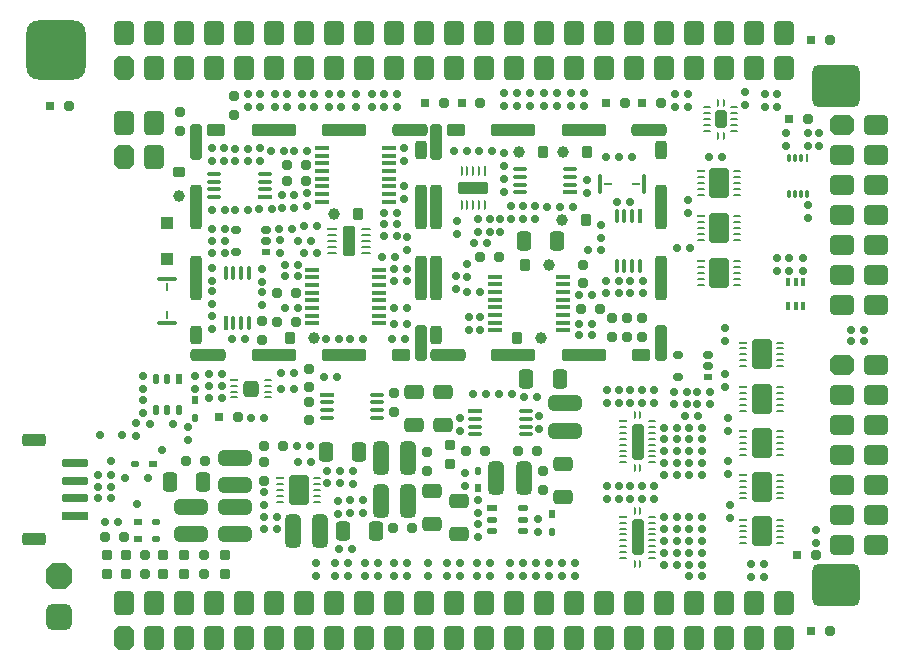
<source format=gbr>
%TF.GenerationSoftware,Altium Limited,Altium Designer,21.5.1 (32)*%
G04 Layer_Color=255*
%FSLAX45Y45*%
%MOMM*%
%TF.SameCoordinates,6D93875A-9943-4EB1-8E24-321CDD5DE8D5*%
%TF.FilePolarity,Positive*%
%TF.FileFunction,Pads,Top*%
%TF.Part,Single*%
G01*
G75*
%TA.AperFunction,SMDPad,CuDef*%
G04:AMPARAMS|DCode=12|XSize=0.6mm|YSize=0.6mm|CornerRadius=0.15mm|HoleSize=0mm|Usage=FLASHONLY|Rotation=180.000|XOffset=0mm|YOffset=0mm|HoleType=Round|Shape=RoundedRectangle|*
%AMROUNDEDRECTD12*
21,1,0.60000,0.30000,0,0,180.0*
21,1,0.30000,0.60000,0,0,180.0*
1,1,0.30000,-0.15000,0.15000*
1,1,0.30000,0.15000,0.15000*
1,1,0.30000,0.15000,-0.15000*
1,1,0.30000,-0.15000,-0.15000*
%
%ADD12ROUNDEDRECTD12*%
G04:AMPARAMS|DCode=13|XSize=0.6mm|YSize=0.7mm|CornerRadius=0.15mm|HoleSize=0mm|Usage=FLASHONLY|Rotation=0.000|XOffset=0mm|YOffset=0mm|HoleType=Round|Shape=RoundedRectangle|*
%AMROUNDEDRECTD13*
21,1,0.60000,0.40000,0,0,0.0*
21,1,0.30000,0.70000,0,0,0.0*
1,1,0.30000,0.15000,-0.20000*
1,1,0.30000,-0.15000,-0.20000*
1,1,0.30000,-0.15000,0.20000*
1,1,0.30000,0.15000,0.20000*
%
%ADD13ROUNDEDRECTD13*%
G04:AMPARAMS|DCode=14|XSize=0.25mm|YSize=0.65mm|CornerRadius=0.0625mm|HoleSize=0mm|Usage=FLASHONLY|Rotation=90.000|XOffset=0mm|YOffset=0mm|HoleType=Round|Shape=RoundedRectangle|*
%AMROUNDEDRECTD14*
21,1,0.25000,0.52500,0,0,90.0*
21,1,0.12500,0.65000,0,0,90.0*
1,1,0.12500,0.26250,0.06250*
1,1,0.12500,0.26250,-0.06250*
1,1,0.12500,-0.26250,-0.06250*
1,1,0.12500,-0.26250,0.06250*
%
%ADD14ROUNDEDRECTD14*%
G04:AMPARAMS|DCode=15|XSize=0.25mm|YSize=0.65mm|CornerRadius=0.0625mm|HoleSize=0mm|Usage=FLASHONLY|Rotation=0.000|XOffset=0mm|YOffset=0mm|HoleType=Round|Shape=RoundedRectangle|*
%AMROUNDEDRECTD15*
21,1,0.25000,0.52500,0,0,0.0*
21,1,0.12500,0.65000,0,0,0.0*
1,1,0.12500,0.06250,-0.26250*
1,1,0.12500,-0.06250,-0.26250*
1,1,0.12500,-0.06250,0.26250*
1,1,0.12500,0.06250,0.26250*
%
%ADD15ROUNDEDRECTD15*%
G04:AMPARAMS|DCode=16|XSize=1mm|YSize=1.5mm|CornerRadius=0.25mm|HoleSize=0mm|Usage=FLASHONLY|Rotation=0.000|XOffset=0mm|YOffset=0mm|HoleType=Round|Shape=RoundedRectangle|*
%AMROUNDEDRECTD16*
21,1,1.00000,1.00000,0,0,0.0*
21,1,0.50000,1.50000,0,0,0.0*
1,1,0.50000,0.25000,-0.50000*
1,1,0.50000,-0.25000,-0.50000*
1,1,0.50000,-0.25000,0.50000*
1,1,0.50000,0.25000,0.50000*
%
%ADD16ROUNDEDRECTD16*%
%ADD17R,0.70000X0.25000*%
G04:AMPARAMS|DCode=18|XSize=0.25mm|YSize=0.7mm|CornerRadius=0.0625mm|HoleSize=0mm|Usage=FLASHONLY|Rotation=90.000|XOffset=0mm|YOffset=0mm|HoleType=Round|Shape=RoundedRectangle|*
%AMROUNDEDRECTD18*
21,1,0.25000,0.57500,0,0,90.0*
21,1,0.12500,0.70000,0,0,90.0*
1,1,0.12500,0.28750,0.06250*
1,1,0.12500,0.28750,-0.06250*
1,1,0.12500,-0.28750,-0.06250*
1,1,0.12500,-0.28750,0.06250*
%
%ADD18ROUNDEDRECTD18*%
G04:AMPARAMS|DCode=19|XSize=2.5mm|YSize=1.7mm|CornerRadius=0.17mm|HoleSize=0mm|Usage=FLASHONLY|Rotation=90.000|XOffset=0mm|YOffset=0mm|HoleType=Round|Shape=RoundedRectangle|*
%AMROUNDEDRECTD19*
21,1,2.50000,1.36000,0,0,90.0*
21,1,2.16000,1.70000,0,0,90.0*
1,1,0.34000,0.68000,1.08000*
1,1,0.34000,0.68000,-1.08000*
1,1,0.34000,-0.68000,-1.08000*
1,1,0.34000,-0.68000,1.08000*
%
%ADD19ROUNDEDRECTD19*%
%ADD20R,1.15000X0.35000*%
G04:AMPARAMS|DCode=21|XSize=0.35mm|YSize=1.15mm|CornerRadius=0.0875mm|HoleSize=0mm|Usage=FLASHONLY|Rotation=90.000|XOffset=0mm|YOffset=0mm|HoleType=Round|Shape=RoundedRectangle|*
%AMROUNDEDRECTD21*
21,1,0.35000,0.97500,0,0,90.0*
21,1,0.17500,1.15000,0,0,90.0*
1,1,0.17500,0.48750,0.08750*
1,1,0.17500,0.48750,-0.08750*
1,1,0.17500,-0.48750,-0.08750*
1,1,0.17500,-0.48750,0.08750*
%
%ADD21ROUNDEDRECTD21*%
%ADD22R,0.90000X0.55000*%
G04:AMPARAMS|DCode=23|XSize=0.55mm|YSize=0.9mm|CornerRadius=0.1375mm|HoleSize=0mm|Usage=FLASHONLY|Rotation=90.000|XOffset=0mm|YOffset=0mm|HoleType=Round|Shape=RoundedRectangle|*
%AMROUNDEDRECTD23*
21,1,0.55000,0.62500,0,0,90.0*
21,1,0.27500,0.90000,0,0,90.0*
1,1,0.27500,0.31250,0.13750*
1,1,0.27500,0.31250,-0.13750*
1,1,0.27500,-0.31250,-0.13750*
1,1,0.27500,-0.31250,0.13750*
%
%ADD23ROUNDEDRECTD23*%
%ADD24R,0.55000X0.90000*%
G04:AMPARAMS|DCode=25|XSize=0.55mm|YSize=0.9mm|CornerRadius=0.1375mm|HoleSize=0mm|Usage=FLASHONLY|Rotation=0.000|XOffset=0mm|YOffset=0mm|HoleType=Round|Shape=RoundedRectangle|*
%AMROUNDEDRECTD25*
21,1,0.55000,0.62500,0,0,0.0*
21,1,0.27500,0.90000,0,0,0.0*
1,1,0.27500,0.13750,-0.31250*
1,1,0.27500,-0.13750,-0.31250*
1,1,0.27500,-0.13750,0.31250*
1,1,0.27500,0.13750,0.31250*
%
%ADD25ROUNDEDRECTD25*%
G04:AMPARAMS|DCode=26|XSize=1.4mm|YSize=1.3mm|CornerRadius=0.325mm|HoleSize=0mm|Usage=FLASHONLY|Rotation=90.000|XOffset=0mm|YOffset=0mm|HoleType=Round|Shape=RoundedRectangle|*
%AMROUNDEDRECTD26*
21,1,1.40000,0.65000,0,0,90.0*
21,1,0.75000,1.30000,0,0,90.0*
1,1,0.65000,0.32500,0.37500*
1,1,0.65000,0.32500,-0.37500*
1,1,0.65000,-0.32500,-0.37500*
1,1,0.65000,-0.32500,0.37500*
%
%ADD26ROUNDEDRECTD26*%
G04:AMPARAMS|DCode=27|XSize=0.6mm|YSize=0.8mm|CornerRadius=0.15mm|HoleSize=0mm|Usage=FLASHONLY|Rotation=270.000|XOffset=0mm|YOffset=0mm|HoleType=Round|Shape=RoundedRectangle|*
%AMROUNDEDRECTD27*
21,1,0.60000,0.50000,0,0,270.0*
21,1,0.30000,0.80000,0,0,270.0*
1,1,0.30000,-0.25000,-0.15000*
1,1,0.30000,-0.25000,0.15000*
1,1,0.30000,0.25000,0.15000*
1,1,0.30000,0.25000,-0.15000*
%
%ADD27ROUNDEDRECTD27*%
%ADD28R,0.80000X0.60000*%
G04:AMPARAMS|DCode=29|XSize=0.35mm|YSize=0.7mm|CornerRadius=0.0875mm|HoleSize=0mm|Usage=FLASHONLY|Rotation=180.000|XOffset=0mm|YOffset=0mm|HoleType=Round|Shape=RoundedRectangle|*
%AMROUNDEDRECTD29*
21,1,0.35000,0.52501,0,0,180.0*
21,1,0.17500,0.70000,0,0,180.0*
1,1,0.17500,-0.08750,0.26250*
1,1,0.17500,0.08750,0.26250*
1,1,0.17500,0.08750,-0.26250*
1,1,0.17500,-0.08750,-0.26250*
%
%ADD29ROUNDEDRECTD29*%
%ADD30R,0.35000X0.70000*%
G04:AMPARAMS|DCode=31|XSize=0.27mm|YSize=0.65mm|CornerRadius=0.0675mm|HoleSize=0mm|Usage=FLASHONLY|Rotation=0.000|XOffset=0mm|YOffset=0mm|HoleType=Round|Shape=RoundedRectangle|*
%AMROUNDEDRECTD31*
21,1,0.27000,0.51501,0,0,0.0*
21,1,0.13500,0.65000,0,0,0.0*
1,1,0.13500,0.06750,-0.25750*
1,1,0.13500,-0.06750,-0.25750*
1,1,0.13500,-0.06750,0.25750*
1,1,0.13500,0.06750,0.25750*
%
%ADD31ROUNDEDRECTD31*%
%ADD32R,0.27000X0.65000*%
G04:AMPARAMS|DCode=33|XSize=0.25mm|YSize=0.7mm|CornerRadius=0.0625mm|HoleSize=0mm|Usage=FLASHONLY|Rotation=0.000|XOffset=0mm|YOffset=0mm|HoleType=Round|Shape=RoundedRectangle|*
%AMROUNDEDRECTD33*
21,1,0.25000,0.57500,0,0,0.0*
21,1,0.12500,0.70000,0,0,0.0*
1,1,0.12500,0.06250,-0.28750*
1,1,0.12500,-0.06250,-0.28750*
1,1,0.12500,-0.06250,0.28750*
1,1,0.12500,0.06250,0.28750*
%
%ADD33ROUNDEDRECTD33*%
G04:AMPARAMS|DCode=34|XSize=1mm|YSize=3mm|CornerRadius=0.25mm|HoleSize=0mm|Usage=FLASHONLY|Rotation=0.000|XOffset=0mm|YOffset=0mm|HoleType=Round|Shape=RoundedRectangle|*
%AMROUNDEDRECTD34*
21,1,1.00000,2.50000,0,0,0.0*
21,1,0.50000,3.00000,0,0,0.0*
1,1,0.50000,0.25000,-1.25000*
1,1,0.50000,-0.25000,-1.25000*
1,1,0.50000,-0.25000,1.25000*
1,1,0.50000,0.25000,1.25000*
%
%ADD34ROUNDEDRECTD34*%
G04:AMPARAMS|DCode=35|XSize=0.35mm|YSize=1.2mm|CornerRadius=0.0875mm|HoleSize=0mm|Usage=FLASHONLY|Rotation=90.000|XOffset=0mm|YOffset=0mm|HoleType=Round|Shape=RoundedRectangle|*
%AMROUNDEDRECTD35*
21,1,0.35000,1.02500,0,0,90.0*
21,1,0.17500,1.20000,0,0,90.0*
1,1,0.17500,0.51250,0.08750*
1,1,0.17500,0.51250,-0.08750*
1,1,0.17500,-0.51250,-0.08750*
1,1,0.17500,-0.51250,0.08750*
%
%ADD35ROUNDEDRECTD35*%
%ADD36R,1.20000X0.35000*%
%ADD37R,0.85000X0.25000*%
G04:AMPARAMS|DCode=38|XSize=0.25mm|YSize=0.85mm|CornerRadius=0.0625mm|HoleSize=0mm|Usage=FLASHONLY|Rotation=90.000|XOffset=0mm|YOffset=0mm|HoleType=Round|Shape=RoundedRectangle|*
%AMROUNDEDRECTD38*
21,1,0.25000,0.72500,0,0,90.0*
21,1,0.12500,0.85000,0,0,90.0*
1,1,0.12500,0.36250,0.06250*
1,1,0.12500,0.36250,-0.06250*
1,1,0.12500,-0.36250,-0.06250*
1,1,0.12500,-0.36250,0.06250*
%
%ADD38ROUNDEDRECTD38*%
G04:AMPARAMS|DCode=39|XSize=2.55mm|YSize=1.1mm|CornerRadius=0.275mm|HoleSize=0mm|Usage=FLASHONLY|Rotation=90.000|XOffset=0mm|YOffset=0mm|HoleType=Round|Shape=RoundedRectangle|*
%AMROUNDEDRECTD39*
21,1,2.55000,0.55000,0,0,90.0*
21,1,2.00000,1.10000,0,0,90.0*
1,1,0.55000,0.27500,1.00000*
1,1,0.55000,0.27500,-1.00000*
1,1,0.55000,-0.27500,-1.00000*
1,1,0.55000,-0.27500,1.00000*
%
%ADD39ROUNDEDRECTD39*%
%ADD40R,0.35000X1.15000*%
G04:AMPARAMS|DCode=41|XSize=0.35mm|YSize=1.15mm|CornerRadius=0.0875mm|HoleSize=0mm|Usage=FLASHONLY|Rotation=180.000|XOffset=0mm|YOffset=0mm|HoleType=Round|Shape=RoundedRectangle|*
%AMROUNDEDRECTD41*
21,1,0.35000,0.97500,0,0,180.0*
21,1,0.17500,1.15000,0,0,180.0*
1,1,0.17500,-0.08750,0.48750*
1,1,0.17500,0.08750,0.48750*
1,1,0.17500,0.08750,-0.48750*
1,1,0.17500,-0.08750,-0.48750*
%
%ADD41ROUNDEDRECTD41*%
%ADD42R,0.25000X0.85000*%
G04:AMPARAMS|DCode=43|XSize=0.25mm|YSize=0.85mm|CornerRadius=0.0625mm|HoleSize=0mm|Usage=FLASHONLY|Rotation=0.000|XOffset=0mm|YOffset=0mm|HoleType=Round|Shape=RoundedRectangle|*
%AMROUNDEDRECTD43*
21,1,0.25000,0.72500,0,0,0.0*
21,1,0.12500,0.85000,0,0,0.0*
1,1,0.12500,0.06250,-0.36250*
1,1,0.12500,-0.06250,-0.36250*
1,1,0.12500,-0.06250,0.36250*
1,1,0.12500,0.06250,0.36250*
%
%ADD43ROUNDEDRECTD43*%
G04:AMPARAMS|DCode=44|XSize=2.55mm|YSize=1.1mm|CornerRadius=0.275mm|HoleSize=0mm|Usage=FLASHONLY|Rotation=0.000|XOffset=0mm|YOffset=0mm|HoleType=Round|Shape=RoundedRectangle|*
%AMROUNDEDRECTD44*
21,1,2.55000,0.55000,0,0,0.0*
21,1,2.00000,1.10000,0,0,0.0*
1,1,0.55000,1.00000,-0.27500*
1,1,0.55000,-1.00000,-0.27500*
1,1,0.55000,-1.00000,0.27500*
1,1,0.55000,1.00000,0.27500*
%
%ADD44ROUNDEDRECTD44*%
%ADD45C,1.00000*%
G04:AMPARAMS|DCode=46|XSize=0.8mm|YSize=1mm|CornerRadius=0.04mm|HoleSize=0mm|Usage=FLASHONLY|Rotation=90.000|XOffset=0mm|YOffset=0mm|HoleType=Round|Shape=RoundedRectangle|*
%AMROUNDEDRECTD46*
21,1,0.80000,0.92000,0,0,90.0*
21,1,0.72000,1.00000,0,0,90.0*
1,1,0.08000,0.46000,0.36000*
1,1,0.08000,0.46000,-0.36000*
1,1,0.08000,-0.46000,-0.36000*
1,1,0.08000,-0.46000,0.36000*
%
%ADD46ROUNDEDRECTD46*%
G04:AMPARAMS|DCode=47|XSize=0.8mm|YSize=1mm|CornerRadius=0.04mm|HoleSize=0mm|Usage=FLASHONLY|Rotation=180.000|XOffset=0mm|YOffset=0mm|HoleType=Round|Shape=RoundedRectangle|*
%AMROUNDEDRECTD47*
21,1,0.80000,0.92000,0,0,180.0*
21,1,0.72000,1.00000,0,0,180.0*
1,1,0.08000,-0.36000,0.46000*
1,1,0.08000,0.36000,0.46000*
1,1,0.08000,0.36000,-0.46000*
1,1,0.08000,-0.36000,-0.46000*
%
%ADD47ROUNDEDRECTD47*%
G04:AMPARAMS|DCode=48|XSize=0.6mm|YSize=0.6mm|CornerRadius=0.15mm|HoleSize=0mm|Usage=FLASHONLY|Rotation=90.000|XOffset=0mm|YOffset=0mm|HoleType=Round|Shape=RoundedRectangle|*
%AMROUNDEDRECTD48*
21,1,0.60000,0.30000,0,0,90.0*
21,1,0.30000,0.60000,0,0,90.0*
1,1,0.30000,0.15000,0.15000*
1,1,0.30000,0.15000,-0.15000*
1,1,0.30000,-0.15000,-0.15000*
1,1,0.30000,-0.15000,0.15000*
%
%ADD48ROUNDEDRECTD48*%
%ADD49O,1.70000X0.30000*%
%ADD50R,0.24000X0.70000*%
%ADD51O,0.30000X1.70000*%
%ADD52R,0.70000X0.24000*%
G04:AMPARAMS|DCode=53|XSize=2mm|YSize=1.1mm|CornerRadius=0.275mm|HoleSize=0mm|Usage=FLASHONLY|Rotation=180.000|XOffset=0mm|YOffset=0mm|HoleType=Round|Shape=RoundedRectangle|*
%AMROUNDEDRECTD53*
21,1,2.00000,0.55000,0,0,180.0*
21,1,1.45000,1.10000,0,0,180.0*
1,1,0.55000,-0.72500,0.27500*
1,1,0.55000,0.72500,0.27500*
1,1,0.55000,0.72500,-0.27500*
1,1,0.55000,-0.72500,-0.27500*
%
%ADD53ROUNDEDRECTD53*%
G04:AMPARAMS|DCode=54|XSize=2.2mm|YSize=0.7mm|CornerRadius=0.175mm|HoleSize=0mm|Usage=FLASHONLY|Rotation=180.000|XOffset=0mm|YOffset=0mm|HoleType=Round|Shape=RoundedRectangle|*
%AMROUNDEDRECTD54*
21,1,2.20000,0.35000,0,0,180.0*
21,1,1.85000,0.70000,0,0,180.0*
1,1,0.35000,-0.92500,0.17500*
1,1,0.35000,0.92500,0.17500*
1,1,0.35000,0.92500,-0.17500*
1,1,0.35000,-0.92500,-0.17500*
%
%ADD54ROUNDEDRECTD54*%
%ADD55R,2.20000X0.70000*%
G04:AMPARAMS|DCode=56|XSize=1.6mm|YSize=1mm|CornerRadius=0.25mm|HoleSize=0mm|Usage=FLASHONLY|Rotation=270.000|XOffset=0mm|YOffset=0mm|HoleType=Round|Shape=RoundedRectangle|*
%AMROUNDEDRECTD56*
21,1,1.60000,0.50000,0,0,270.0*
21,1,1.10000,1.00000,0,0,270.0*
1,1,0.50000,-0.25000,-0.55000*
1,1,0.50000,-0.25000,0.55000*
1,1,0.50000,0.25000,0.55000*
1,1,0.50000,0.25000,-0.55000*
%
%ADD56ROUNDEDRECTD56*%
%TA.AperFunction,SMDPad,SMDef*%
G04:AMPARAMS|DCode=57|XSize=3.8mm|YSize=1mm|CornerRadius=0.25mm|HoleSize=0mm|Usage=FLASHONLY|Rotation=180.000|XOffset=0mm|YOffset=0mm|HoleType=Round|Shape=RoundedRectangle|*
%AMROUNDEDRECTD57*
21,1,3.80000,0.50000,0,0,180.0*
21,1,3.30000,1.00000,0,0,180.0*
1,1,0.50000,-1.65000,0.25000*
1,1,0.50000,1.65000,0.25000*
1,1,0.50000,1.65000,-0.25000*
1,1,0.50000,-1.65000,-0.25000*
%
%ADD57ROUNDEDRECTD57*%
%TA.AperFunction,SMDPad,CuDef*%
G04:AMPARAMS|DCode=58|XSize=3mm|YSize=1mm|CornerRadius=0.25mm|HoleSize=0mm|Usage=FLASHONLY|Rotation=180.000|XOffset=0mm|YOffset=0mm|HoleType=Round|Shape=RoundedRectangle|*
%AMROUNDEDRECTD58*
21,1,3.00000,0.50000,0,0,180.0*
21,1,2.50000,1.00000,0,0,180.0*
1,1,0.50000,-1.25000,0.25000*
1,1,0.50000,1.25000,0.25000*
1,1,0.50000,1.25000,-0.25000*
1,1,0.50000,-1.25000,-0.25000*
%
%ADD58ROUNDEDRECTD58*%
G04:AMPARAMS|DCode=59|XSize=1.6mm|YSize=1mm|CornerRadius=0.25mm|HoleSize=0mm|Usage=FLASHONLY|Rotation=0.000|XOffset=0mm|YOffset=0mm|HoleType=Round|Shape=RoundedRectangle|*
%AMROUNDEDRECTD59*
21,1,1.60000,0.50000,0,0,0.0*
21,1,1.10000,1.00000,0,0,0.0*
1,1,0.50000,0.55000,-0.25000*
1,1,0.50000,-0.55000,-0.25000*
1,1,0.50000,-0.55000,0.25000*
1,1,0.50000,0.55000,0.25000*
%
%ADD59ROUNDEDRECTD59*%
%TA.AperFunction,SMDPad,SMDef*%
G04:AMPARAMS|DCode=60|XSize=3.8mm|YSize=1mm|CornerRadius=0.25mm|HoleSize=0mm|Usage=FLASHONLY|Rotation=270.000|XOffset=0mm|YOffset=0mm|HoleType=Round|Shape=RoundedRectangle|*
%AMROUNDEDRECTD60*
21,1,3.80000,0.50000,0,0,270.0*
21,1,3.30000,1.00000,0,0,270.0*
1,1,0.50000,-0.25000,-1.65000*
1,1,0.50000,-0.25000,1.65000*
1,1,0.50000,0.25000,1.65000*
1,1,0.50000,0.25000,-1.65000*
%
%ADD60ROUNDEDRECTD60*%
%TA.AperFunction,SMDPad,CuDef*%
G04:AMPARAMS|DCode=61|XSize=3mm|YSize=1mm|CornerRadius=0.25mm|HoleSize=0mm|Usage=FLASHONLY|Rotation=270.000|XOffset=0mm|YOffset=0mm|HoleType=Round|Shape=RoundedRectangle|*
%AMROUNDEDRECTD61*
21,1,3.00000,0.50000,0,0,270.0*
21,1,2.50000,1.00000,0,0,270.0*
1,1,0.50000,-0.25000,-1.25000*
1,1,0.50000,-0.25000,1.25000*
1,1,0.50000,0.25000,1.25000*
1,1,0.50000,0.25000,-1.25000*
%
%ADD61ROUNDEDRECTD61*%
G04:AMPARAMS|DCode=62|XSize=0.9mm|YSize=0.8mm|CornerRadius=0.2mm|HoleSize=0mm|Usage=FLASHONLY|Rotation=180.000|XOffset=0mm|YOffset=0mm|HoleType=Round|Shape=RoundedRectangle|*
%AMROUNDEDRECTD62*
21,1,0.90000,0.40000,0,0,180.0*
21,1,0.50000,0.80000,0,0,180.0*
1,1,0.40000,-0.25000,0.20000*
1,1,0.40000,0.25000,0.20000*
1,1,0.40000,0.25000,-0.20000*
1,1,0.40000,-0.25000,-0.20000*
%
%ADD62ROUNDEDRECTD62*%
G04:AMPARAMS|DCode=63|XSize=2.8mm|YSize=1.3mm|CornerRadius=0.325mm|HoleSize=0mm|Usage=FLASHONLY|Rotation=90.000|XOffset=0mm|YOffset=0mm|HoleType=Round|Shape=RoundedRectangle|*
%AMROUNDEDRECTD63*
21,1,2.80000,0.65000,0,0,90.0*
21,1,2.15000,1.30000,0,0,90.0*
1,1,0.65000,0.32500,1.07500*
1,1,0.65000,0.32500,-1.07500*
1,1,0.65000,-0.32500,-1.07500*
1,1,0.65000,-0.32500,1.07500*
%
%ADD63ROUNDEDRECTD63*%
G04:AMPARAMS|DCode=64|XSize=2.8mm|YSize=1.3mm|CornerRadius=0.325mm|HoleSize=0mm|Usage=FLASHONLY|Rotation=0.000|XOffset=0mm|YOffset=0mm|HoleType=Round|Shape=RoundedRectangle|*
%AMROUNDEDRECTD64*
21,1,2.80000,0.65000,0,0,0.0*
21,1,2.15000,1.30000,0,0,0.0*
1,1,0.65000,1.07500,-0.32500*
1,1,0.65000,-1.07500,-0.32500*
1,1,0.65000,-1.07500,0.32500*
1,1,0.65000,1.07500,0.32500*
%
%ADD64ROUNDEDRECTD64*%
%ADD65R,0.80000X0.80000*%
G04:AMPARAMS|DCode=66|XSize=0.8mm|YSize=0.8mm|CornerRadius=0.2mm|HoleSize=0mm|Usage=FLASHONLY|Rotation=90.000|XOffset=0mm|YOffset=0mm|HoleType=Round|Shape=RoundedRectangle|*
%AMROUNDEDRECTD66*
21,1,0.80000,0.40000,0,0,90.0*
21,1,0.40000,0.80000,0,0,90.0*
1,1,0.40000,0.20000,0.20000*
1,1,0.40000,0.20000,-0.20000*
1,1,0.40000,-0.20000,-0.20000*
1,1,0.40000,-0.20000,0.20000*
%
%ADD66ROUNDEDRECTD66*%
%ADD67R,0.70000X0.50000*%
G04:AMPARAMS|DCode=68|XSize=0.5mm|YSize=0.7mm|CornerRadius=0.125mm|HoleSize=0mm|Usage=FLASHONLY|Rotation=90.000|XOffset=0mm|YOffset=0mm|HoleType=Round|Shape=RoundedRectangle|*
%AMROUNDEDRECTD68*
21,1,0.50000,0.45000,0,0,90.0*
21,1,0.25000,0.70000,0,0,90.0*
1,1,0.25000,0.22500,0.12500*
1,1,0.25000,0.22500,-0.12500*
1,1,0.25000,-0.22500,-0.12500*
1,1,0.25000,-0.22500,0.12500*
%
%ADD68ROUNDEDRECTD68*%
%ADD69R,0.50000X0.70000*%
G04:AMPARAMS|DCode=70|XSize=0.5mm|YSize=0.7mm|CornerRadius=0.125mm|HoleSize=0mm|Usage=FLASHONLY|Rotation=0.000|XOffset=0mm|YOffset=0mm|HoleType=Round|Shape=RoundedRectangle|*
%AMROUNDEDRECTD70*
21,1,0.50000,0.45000,0,0,0.0*
21,1,0.25000,0.70000,0,0,0.0*
1,1,0.25000,0.12500,-0.22500*
1,1,0.25000,-0.12500,-0.22500*
1,1,0.25000,-0.12500,0.22500*
1,1,0.25000,0.12500,0.22500*
%
%ADD70ROUNDEDRECTD70*%
%ADD71R,1.10000X1.10000*%
G04:AMPARAMS|DCode=72|XSize=1.1mm|YSize=1.1mm|CornerRadius=0.275mm|HoleSize=0mm|Usage=FLASHONLY|Rotation=180.000|XOffset=0mm|YOffset=0mm|HoleType=Round|Shape=RoundedRectangle|*
%AMROUNDEDRECTD72*
21,1,1.10000,0.55000,0,0,180.0*
21,1,0.55000,1.10000,0,0,180.0*
1,1,0.55000,-0.27500,0.27500*
1,1,0.55000,0.27500,0.27500*
1,1,0.55000,0.27500,-0.27500*
1,1,0.55000,-0.27500,-0.27500*
%
%ADD72ROUNDEDRECTD72*%
G04:AMPARAMS|DCode=73|XSize=1.65mm|YSize=1.25mm|CornerRadius=0.3125mm|HoleSize=0mm|Usage=FLASHONLY|Rotation=0.000|XOffset=0mm|YOffset=0mm|HoleType=Round|Shape=RoundedRectangle|*
%AMROUNDEDRECTD73*
21,1,1.65000,0.62500,0,0,0.0*
21,1,1.02500,1.25000,0,0,0.0*
1,1,0.62500,0.51250,-0.31250*
1,1,0.62500,-0.51250,-0.31250*
1,1,0.62500,-0.51250,0.31250*
1,1,0.62500,0.51250,0.31250*
%
%ADD73ROUNDEDRECTD73*%
G04:AMPARAMS|DCode=74|XSize=1.65mm|YSize=1.25mm|CornerRadius=0.3125mm|HoleSize=0mm|Usage=FLASHONLY|Rotation=270.000|XOffset=0mm|YOffset=0mm|HoleType=Round|Shape=RoundedRectangle|*
%AMROUNDEDRECTD74*
21,1,1.65000,0.62500,0,0,270.0*
21,1,1.02500,1.25000,0,0,270.0*
1,1,0.62500,-0.31250,-0.51250*
1,1,0.62500,-0.31250,0.51250*
1,1,0.62500,0.31250,0.51250*
1,1,0.62500,0.31250,-0.51250*
%
%ADD74ROUNDEDRECTD74*%
G04:AMPARAMS|DCode=75|XSize=0.8mm|YSize=0.8mm|CornerRadius=0.2mm|HoleSize=0mm|Usage=FLASHONLY|Rotation=180.000|XOffset=0mm|YOffset=0mm|HoleType=Round|Shape=RoundedRectangle|*
%AMROUNDEDRECTD75*
21,1,0.80000,0.40000,0,0,180.0*
21,1,0.40000,0.80000,0,0,180.0*
1,1,0.40000,-0.20000,0.20000*
1,1,0.40000,0.20000,0.20000*
1,1,0.40000,0.20000,-0.20000*
1,1,0.40000,-0.20000,-0.20000*
%
%ADD75ROUNDEDRECTD75*%
%TA.AperFunction,ComponentPad*%
G04:AMPARAMS|DCode=85|XSize=1.7mm|YSize=2.1mm|CornerRadius=0mm|HoleSize=0mm|Usage=FLASHONLY|Rotation=270.000|XOffset=0mm|YOffset=0mm|HoleType=Round|Shape=Octagon|*
%AMOCTAGOND85*
4,1,8,1.05000,0.42500,1.05000,-0.42500,0.62500,-0.85000,-0.62500,-0.85000,-1.05000,-0.42500,-1.05000,0.42500,-0.62500,0.85000,0.62500,0.85000,1.05000,0.42500,0.0*
%
%ADD85OCTAGOND85*%

G04:AMPARAMS|DCode=86|XSize=1.7mm|YSize=2.1mm|CornerRadius=0.425mm|HoleSize=0mm|Usage=FLASHONLY|Rotation=270.000|XOffset=0mm|YOffset=0mm|HoleType=Round|Shape=RoundedRectangle|*
%AMROUNDEDRECTD86*
21,1,1.70000,1.25001,0,0,270.0*
21,1,0.85000,2.10000,0,0,270.0*
1,1,0.85000,-0.62500,-0.42500*
1,1,0.85000,-0.62500,0.42500*
1,1,0.85000,0.62500,0.42500*
1,1,0.85000,0.62500,-0.42500*
%
%ADD86ROUNDEDRECTD86*%
G04:AMPARAMS|DCode=87|XSize=1.7mm|YSize=2.1mm|CornerRadius=0.425mm|HoleSize=0mm|Usage=FLASHONLY|Rotation=0.000|XOffset=0mm|YOffset=0mm|HoleType=Round|Shape=RoundedRectangle|*
%AMROUNDEDRECTD87*
21,1,1.70000,1.25001,0,0,0.0*
21,1,0.85000,2.10000,0,0,0.0*
1,1,0.85000,0.42500,-0.62500*
1,1,0.85000,-0.42500,-0.62500*
1,1,0.85000,-0.42500,0.62500*
1,1,0.85000,0.42500,0.62500*
%
%ADD87ROUNDEDRECTD87*%
G04:AMPARAMS|DCode=88|XSize=1.7mm|YSize=2.1mm|CornerRadius=0mm|HoleSize=0mm|Usage=FLASHONLY|Rotation=0.000|XOffset=0mm|YOffset=0mm|HoleType=Round|Shape=Octagon|*
%AMOCTAGOND88*
4,1,8,-0.42500,1.05000,0.42500,1.05000,0.85000,0.62500,0.85000,-0.62500,0.42500,-1.05000,-0.42500,-1.05000,-0.85000,-0.62500,-0.85000,0.62500,-0.42500,1.05000,0.0*
%
%ADD88OCTAGOND88*%

G04:AMPARAMS|DCode=89|XSize=4mm|YSize=3.6mm|CornerRadius=0.54mm|HoleSize=0mm|Usage=FLASHONLY|Rotation=0.000|XOffset=0mm|YOffset=0mm|HoleType=Round|Shape=RoundedRectangle|*
%AMROUNDEDRECTD89*
21,1,4.00000,2.52000,0,0,0.0*
21,1,2.92000,3.60000,0,0,0.0*
1,1,1.08000,1.46000,-1.26000*
1,1,1.08000,-1.46000,-1.26000*
1,1,1.08000,-1.46000,1.26000*
1,1,1.08000,1.46000,1.26000*
%
%ADD89ROUNDEDRECTD89*%
G04:AMPARAMS|DCode=90|XSize=5mm|YSize=5mm|CornerRadius=1mm|HoleSize=0mm|Usage=FLASHONLY|Rotation=0.000|XOffset=0mm|YOffset=0mm|HoleType=Round|Shape=RoundedRectangle|*
%AMROUNDEDRECTD90*
21,1,5.00000,3.00000,0,0,0.0*
21,1,3.00000,5.00000,0,0,0.0*
1,1,2.00000,1.50000,-1.50000*
1,1,2.00000,-1.50000,-1.50000*
1,1,2.00000,-1.50000,1.50000*
1,1,2.00000,1.50000,1.50000*
%
%ADD90ROUNDEDRECTD90*%
G04:AMPARAMS|DCode=91|XSize=2.2mm|YSize=2.2mm|CornerRadius=0.55mm|HoleSize=0mm|Usage=FLASHONLY|Rotation=270.000|XOffset=0mm|YOffset=0mm|HoleType=Round|Shape=RoundedRectangle|*
%AMROUNDEDRECTD91*
21,1,2.20000,1.10000,0,0,270.0*
21,1,1.10000,2.20000,0,0,270.0*
1,1,1.10000,-0.55000,-0.55000*
1,1,1.10000,-0.55000,0.55000*
1,1,1.10000,0.55000,0.55000*
1,1,1.10000,0.55000,-0.55000*
%
%ADD91ROUNDEDRECTD91*%
G04:AMPARAMS|DCode=92|XSize=2.2mm|YSize=2.2mm|CornerRadius=0mm|HoleSize=0mm|Usage=FLASHONLY|Rotation=270.000|XOffset=0mm|YOffset=0mm|HoleType=Round|Shape=Octagon|*
%AMOCTAGOND92*
4,1,8,-0.55000,-1.10000,0.55000,-1.10000,1.10000,-0.55000,1.10000,0.55000,0.55000,1.10000,-0.55000,1.10000,-1.10000,0.55000,-1.10000,-0.55000,-0.55000,-1.10000,0.0*
%
%ADD92OCTAGOND92*%

D12*
X7460000Y4775000D02*
D03*
Y4665000D02*
D03*
X7560000Y3385000D02*
D03*
Y3275000D02*
D03*
X7660000Y3385000D02*
D03*
Y3275000D02*
D03*
X3970000Y1475000D02*
D03*
Y1585000D02*
D03*
X3950000Y1335000D02*
D03*
Y1225000D02*
D03*
X5030000Y1025000D02*
D03*
Y1135000D02*
D03*
Y1225000D02*
D03*
Y1335000D02*
D03*
X2130000Y1985000D02*
D03*
Y1875000D02*
D03*
X2190000Y2075000D02*
D03*
Y2185000D02*
D03*
Y2385000D02*
D03*
Y2275000D02*
D03*
X2570000Y1845000D02*
D03*
Y1955000D02*
D03*
X5930000Y4675000D02*
D03*
Y4785000D02*
D03*
X3180000Y4665000D02*
D03*
Y4775000D02*
D03*
X5820000Y4675000D02*
D03*
Y4785000D02*
D03*
X3080000Y4665000D02*
D03*
Y4775000D02*
D03*
X4320000Y695000D02*
D03*
Y805000D02*
D03*
X4430000Y695000D02*
D03*
Y805000D02*
D03*
X7560000Y4665000D02*
D03*
Y4775000D02*
D03*
X7450000Y685000D02*
D03*
Y795000D02*
D03*
X7340000Y685000D02*
D03*
Y795000D02*
D03*
X6700000Y4665000D02*
D03*
Y4775000D02*
D03*
X6810000Y4665000D02*
D03*
Y4775000D02*
D03*
X5850000Y695000D02*
D03*
Y805000D02*
D03*
X5630000Y695000D02*
D03*
Y805000D02*
D03*
X5740000D02*
D03*
Y695000D02*
D03*
X5520000D02*
D03*
Y805000D02*
D03*
X5700000Y4785000D02*
D03*
Y4675000D02*
D03*
X5410000Y695000D02*
D03*
Y805000D02*
D03*
X5300000Y695000D02*
D03*
Y805000D02*
D03*
X5470000Y4675000D02*
D03*
Y4785000D02*
D03*
X5020000Y695000D02*
D03*
Y805000D02*
D03*
X5360000Y4785000D02*
D03*
Y4675000D02*
D03*
X4880000Y695000D02*
D03*
Y805000D02*
D03*
X4070000Y695000D02*
D03*
Y805000D02*
D03*
X3930000D02*
D03*
Y695000D02*
D03*
X4000000Y4775000D02*
D03*
Y4665000D02*
D03*
X4130000D02*
D03*
Y4775000D02*
D03*
X3640000D02*
D03*
Y4665000D02*
D03*
X3770000D02*
D03*
Y4775000D02*
D03*
X3410000D02*
D03*
Y4665000D02*
D03*
X7640000Y4335000D02*
D03*
Y4445000D02*
D03*
X7820000Y4335000D02*
D03*
Y4445000D02*
D03*
X6120000Y1345000D02*
D03*
Y1455000D02*
D03*
X6420000Y1345000D02*
D03*
Y1455000D02*
D03*
X6220000Y1345000D02*
D03*
Y1455000D02*
D03*
X5590000Y4675000D02*
D03*
Y4785000D02*
D03*
X4180000Y805000D02*
D03*
Y695000D02*
D03*
X3820000Y805000D02*
D03*
Y695000D02*
D03*
X5130000Y805000D02*
D03*
Y695000D02*
D03*
X4770000Y805000D02*
D03*
Y695000D02*
D03*
X5250000Y4675000D02*
D03*
Y4785000D02*
D03*
X3870000Y4665000D02*
D03*
Y4775000D02*
D03*
X3540000Y4665000D02*
D03*
Y4775000D02*
D03*
X6120000Y2155000D02*
D03*
Y2265000D02*
D03*
X4230000Y4665000D02*
D03*
Y4775000D02*
D03*
X3310000Y4665000D02*
D03*
Y4775000D02*
D03*
X6420000Y2155000D02*
D03*
Y2265000D02*
D03*
X6220000Y2155000D02*
D03*
Y2265000D02*
D03*
X3180000Y4315000D02*
D03*
Y4205000D02*
D03*
X4400000Y3995000D02*
D03*
Y3885000D02*
D03*
X2880000Y4205000D02*
D03*
Y4315000D02*
D03*
X3470000Y3915000D02*
D03*
Y3805000D02*
D03*
X6070000Y3665000D02*
D03*
Y3555000D02*
D03*
X4840000Y3125000D02*
D03*
Y3235000D02*
D03*
X4850000Y3695000D02*
D03*
Y3585000D02*
D03*
X5250000Y4275000D02*
D03*
Y4165000D02*
D03*
X5510000Y3825000D02*
D03*
Y3715000D02*
D03*
X7290000Y4685000D02*
D03*
Y4795000D02*
D03*
X7120000Y2295000D02*
D03*
Y2405000D02*
D03*
X7150000Y1925000D02*
D03*
Y2035000D02*
D03*
X7120000Y2685000D02*
D03*
Y2795000D02*
D03*
X7150000Y1555000D02*
D03*
Y1665000D02*
D03*
X7160000Y1185000D02*
D03*
Y1295000D02*
D03*
X7890000Y975000D02*
D03*
Y1085000D02*
D03*
X7920000Y4335000D02*
D03*
Y4445000D02*
D03*
X3840000Y1215000D02*
D03*
Y1325000D02*
D03*
X3220000Y1405000D02*
D03*
Y1295000D02*
D03*
X4060000Y1225000D02*
D03*
Y1335000D02*
D03*
X5540000Y1175000D02*
D03*
Y1065000D02*
D03*
X5550000Y1935000D02*
D03*
Y2045000D02*
D03*
X4880000Y1925000D02*
D03*
Y2035000D02*
D03*
X4920000Y1455000D02*
D03*
Y1565000D02*
D03*
X2630000Y2275000D02*
D03*
Y2385000D02*
D03*
X7780000Y3275000D02*
D03*
Y3385000D02*
D03*
X7820000Y3835000D02*
D03*
Y3725000D02*
D03*
X6810000Y3765000D02*
D03*
Y3875000D02*
D03*
X6320000Y2265000D02*
D03*
Y2155000D02*
D03*
Y1455000D02*
D03*
Y1345000D02*
D03*
X3660000Y695000D02*
D03*
Y805000D02*
D03*
X4610000Y695000D02*
D03*
Y805000D02*
D03*
X6520000Y1345000D02*
D03*
Y1455000D02*
D03*
X6520000Y2155000D02*
D03*
Y2265000D02*
D03*
X4340000Y4775000D02*
D03*
Y4665000D02*
D03*
X4400000Y4315000D02*
D03*
Y4205000D02*
D03*
X3200000Y3095000D02*
D03*
Y2985000D02*
D03*
Y3185000D02*
D03*
Y3295000D02*
D03*
X2780000Y3105000D02*
D03*
Y2995000D02*
D03*
Y3195000D02*
D03*
Y3305000D02*
D03*
X3350000Y3535000D02*
D03*
Y3425000D02*
D03*
X4430000Y3455000D02*
D03*
Y3565000D02*
D03*
X2780000Y2895000D02*
D03*
Y2785000D02*
D03*
X3580000Y3935000D02*
D03*
Y3825000D02*
D03*
X2780000Y4205000D02*
D03*
Y4315000D02*
D03*
X3370000Y3805000D02*
D03*
Y3915000D02*
D03*
X4950000Y2775000D02*
D03*
Y2885000D02*
D03*
X5050000Y2775000D02*
D03*
Y2885000D02*
D03*
X5310000Y3825000D02*
D03*
Y3715000D02*
D03*
X5410000Y3825000D02*
D03*
Y3715000D02*
D03*
X5030000Y3715000D02*
D03*
Y3605000D02*
D03*
X5220000Y3715000D02*
D03*
Y3605000D02*
D03*
X5130000D02*
D03*
Y3715000D02*
D03*
X5950000Y4045000D02*
D03*
Y3935000D02*
D03*
X4940000Y3225000D02*
D03*
Y3335000D02*
D03*
X5250000Y4055000D02*
D03*
Y3945000D02*
D03*
D13*
X2235000Y1520000D02*
D03*
X2045000D02*
D03*
X2140000Y1300000D02*
D03*
X2015000Y1890000D02*
D03*
X1825000D02*
D03*
X1920000Y1670000D02*
D03*
X2445000Y1980000D02*
D03*
X2255000D02*
D03*
X2350000Y1760000D02*
D03*
D14*
X7200000Y4610000D02*
D03*
Y4660000D02*
D03*
Y4560000D02*
D03*
Y4510000D02*
D03*
Y4460000D02*
D03*
X6970000Y4560000D02*
D03*
Y4610000D02*
D03*
Y4660000D02*
D03*
Y4460000D02*
D03*
Y4510000D02*
D03*
D15*
X7110000Y4700000D02*
D03*
X7060000D02*
D03*
X7110000Y4420000D02*
D03*
X7060000D02*
D03*
D16*
X7085000Y4560000D02*
D03*
D17*
X7275000Y1920000D02*
D03*
Y2290000D02*
D03*
Y1170000D02*
D03*
Y2670000D02*
D03*
X6915000Y4120000D02*
D03*
X7275000Y1550000D02*
D03*
X6915000Y3360000D02*
D03*
X3355000Y1520000D02*
D03*
X6915000Y3740000D02*
D03*
X2964999Y2355000D02*
D03*
X6255000Y1195000D02*
D03*
X6254999Y2005001D02*
D03*
D18*
X7275000Y1870000D02*
D03*
Y1820000D02*
D03*
Y1770000D02*
D03*
Y1720000D02*
D03*
X7585000Y1920000D02*
D03*
Y1870000D02*
D03*
Y1820000D02*
D03*
Y1770000D02*
D03*
Y1720000D02*
D03*
X7275000Y2240000D02*
D03*
Y2190000D02*
D03*
Y2140000D02*
D03*
Y2090000D02*
D03*
X7585000Y2290000D02*
D03*
Y2240000D02*
D03*
Y2190000D02*
D03*
Y2140000D02*
D03*
Y2090000D02*
D03*
X7275000Y1120000D02*
D03*
Y1070000D02*
D03*
Y1020000D02*
D03*
Y970000D02*
D03*
X7585000Y1170000D02*
D03*
Y1120000D02*
D03*
Y1070000D02*
D03*
Y1020000D02*
D03*
Y970000D02*
D03*
X7275000Y2620000D02*
D03*
Y2570000D02*
D03*
Y2520000D02*
D03*
Y2470000D02*
D03*
X7585000Y2670000D02*
D03*
Y2620000D02*
D03*
Y2570000D02*
D03*
Y2520000D02*
D03*
Y2470000D02*
D03*
X6915000Y4070000D02*
D03*
Y4020000D02*
D03*
Y3970000D02*
D03*
Y3920000D02*
D03*
X7225000Y4120000D02*
D03*
Y4070000D02*
D03*
Y4020000D02*
D03*
Y3970000D02*
D03*
Y3920000D02*
D03*
X7275000Y1500000D02*
D03*
Y1450000D02*
D03*
Y1400000D02*
D03*
Y1350000D02*
D03*
X7585000Y1550000D02*
D03*
Y1500000D02*
D03*
Y1450000D02*
D03*
Y1400000D02*
D03*
Y1350000D02*
D03*
X6915000Y3310000D02*
D03*
Y3260000D02*
D03*
Y3210000D02*
D03*
Y3160000D02*
D03*
X7225000Y3360000D02*
D03*
Y3310000D02*
D03*
Y3260000D02*
D03*
Y3210000D02*
D03*
Y3160000D02*
D03*
X3355000Y1470000D02*
D03*
Y1420000D02*
D03*
Y1370000D02*
D03*
Y1320000D02*
D03*
X3665000Y1520000D02*
D03*
Y1470000D02*
D03*
Y1420000D02*
D03*
Y1370000D02*
D03*
Y1320000D02*
D03*
X6915000Y3690000D02*
D03*
Y3640000D02*
D03*
Y3590000D02*
D03*
Y3540000D02*
D03*
X7225000Y3740000D02*
D03*
Y3690000D02*
D03*
Y3640000D02*
D03*
Y3590000D02*
D03*
Y3540000D02*
D03*
X3254999Y2205000D02*
D03*
Y2255000D02*
D03*
Y2305000D02*
D03*
Y2355000D02*
D03*
X2964999Y2205000D02*
D03*
Y2255000D02*
D03*
Y2305000D02*
D03*
X6255000Y1145000D02*
D03*
Y1095000D02*
D03*
Y1045000D02*
D03*
Y995000D02*
D03*
Y945000D02*
D03*
Y895000D02*
D03*
Y845000D02*
D03*
X6505000Y845000D02*
D03*
Y895000D02*
D03*
Y945000D02*
D03*
Y995000D02*
D03*
Y1045000D02*
D03*
Y1095000D02*
D03*
Y1145000D02*
D03*
Y1195000D02*
D03*
X6254999Y1955000D02*
D03*
Y1905001D02*
D03*
Y1855001D02*
D03*
Y1805000D02*
D03*
Y1755001D02*
D03*
Y1705000D02*
D03*
Y1655000D02*
D03*
X6505000Y1655000D02*
D03*
Y1705000D02*
D03*
Y1755000D02*
D03*
Y1805000D02*
D03*
Y1855000D02*
D03*
Y1905000D02*
D03*
Y1955000D02*
D03*
Y2005000D02*
D03*
D19*
X7430000Y1820000D02*
D03*
Y2190000D02*
D03*
Y1070000D02*
D03*
Y2570000D02*
D03*
X7070000Y4020000D02*
D03*
X7430000Y1450000D02*
D03*
X7070000Y3260000D02*
D03*
X3510000Y1420000D02*
D03*
X7070000Y3640000D02*
D03*
D20*
X3747500Y2227500D02*
D03*
X5007500Y2087500D02*
D03*
X3222500Y3902500D02*
D03*
X5812500Y3942500D02*
D03*
D21*
X3747500Y2162500D02*
D03*
Y2097500D02*
D03*
Y2032500D02*
D03*
X4172500Y2227500D02*
D03*
Y2162500D02*
D03*
Y2097500D02*
D03*
Y2032500D02*
D03*
X5007500Y2022500D02*
D03*
Y1957500D02*
D03*
Y1892500D02*
D03*
X5432500Y2087500D02*
D03*
Y2022500D02*
D03*
Y1957500D02*
D03*
Y1892500D02*
D03*
X3222500Y3967500D02*
D03*
Y4032500D02*
D03*
Y4097500D02*
D03*
X2797500Y3902500D02*
D03*
Y3967500D02*
D03*
Y4032500D02*
D03*
Y4097500D02*
D03*
X5812500Y4007500D02*
D03*
Y4072500D02*
D03*
Y4137500D02*
D03*
X5387500Y3942500D02*
D03*
Y4007500D02*
D03*
Y4072500D02*
D03*
Y4137500D02*
D03*
D22*
X5150000Y1265000D02*
D03*
D23*
Y1170000D02*
D03*
Y1075000D02*
D03*
X5410000D02*
D03*
Y1170000D02*
D03*
Y1265000D02*
D03*
D24*
X2495000Y2360000D02*
D03*
D25*
X2400000D02*
D03*
X2305000D02*
D03*
Y2100000D02*
D03*
X2400000D02*
D03*
X2495000D02*
D03*
D26*
X3109999Y2280000D02*
D03*
D27*
X6722500Y2375000D02*
D03*
Y2565000D02*
D03*
X6977500D02*
D03*
Y2470000D02*
D03*
X2982500Y3435000D02*
D03*
Y3625000D02*
D03*
X3237500D02*
D03*
Y3530000D02*
D03*
D28*
X6977500Y2375000D02*
D03*
X3237500Y3435000D02*
D03*
D29*
X7654551Y3179735D02*
D03*
X7719551D02*
D03*
X7784551D02*
D03*
Y2979734D02*
D03*
X7719551D02*
D03*
D30*
X7654551D02*
D03*
D31*
X7665000Y3930000D02*
D03*
X7715000D02*
D03*
X7765000D02*
D03*
X7815000D02*
D03*
X7665000Y4230000D02*
D03*
X7715000D02*
D03*
X7765000D02*
D03*
D32*
X7815000D02*
D03*
D33*
X6355000Y794999D02*
D03*
X6405000D02*
D03*
X6405000Y1245000D02*
D03*
X6355000D02*
D03*
X6355000Y1605000D02*
D03*
X6405000D02*
D03*
X6404999Y2055000D02*
D03*
X6354999D02*
D03*
D34*
X6380000Y1020000D02*
D03*
X6380000Y1830000D02*
D03*
D35*
X4195000Y2832500D02*
D03*
Y2897500D02*
D03*
Y2962500D02*
D03*
Y3027500D02*
D03*
Y3092500D02*
D03*
Y3157500D02*
D03*
Y3222500D02*
D03*
Y3287500D02*
D03*
X3625000Y2832500D02*
D03*
Y2897500D02*
D03*
Y2962500D02*
D03*
Y3027500D02*
D03*
Y3092500D02*
D03*
Y3157500D02*
D03*
Y3222500D02*
D03*
X4275000Y3862500D02*
D03*
Y3927500D02*
D03*
Y3992500D02*
D03*
Y4057500D02*
D03*
Y4122500D02*
D03*
Y4187500D02*
D03*
Y4252500D02*
D03*
Y4317500D02*
D03*
X3705000Y3862500D02*
D03*
Y3927500D02*
D03*
Y3992500D02*
D03*
Y4057500D02*
D03*
Y4122500D02*
D03*
Y4187500D02*
D03*
Y4252500D02*
D03*
X5175000Y3227500D02*
D03*
Y3162500D02*
D03*
Y3097500D02*
D03*
Y3032500D02*
D03*
Y2967500D02*
D03*
Y2902500D02*
D03*
Y2837500D02*
D03*
Y2772500D02*
D03*
X5745000Y3227500D02*
D03*
Y3162500D02*
D03*
Y3097500D02*
D03*
Y3032500D02*
D03*
Y2967500D02*
D03*
Y2902500D02*
D03*
Y2837500D02*
D03*
D36*
X3625000Y3287500D02*
D03*
X3705000Y4317500D02*
D03*
X5745000Y2772500D02*
D03*
D37*
X3795000Y3630000D02*
D03*
D38*
Y3580000D02*
D03*
Y3530000D02*
D03*
Y3480000D02*
D03*
Y3430000D02*
D03*
X4085000Y3630000D02*
D03*
Y3580000D02*
D03*
Y3530000D02*
D03*
Y3480000D02*
D03*
Y3430000D02*
D03*
D39*
X3940000Y3530000D02*
D03*
D40*
X2892500Y2837500D02*
D03*
X6397500Y3742500D02*
D03*
D41*
X2957500Y2837500D02*
D03*
X3022500D02*
D03*
X3087500D02*
D03*
X2892500Y3262500D02*
D03*
X2957500D02*
D03*
X3022500D02*
D03*
X3087500D02*
D03*
X6332500Y3742500D02*
D03*
X6267500D02*
D03*
X6202500D02*
D03*
X6397500Y3317500D02*
D03*
X6332500D02*
D03*
X6267500D02*
D03*
X6202500D02*
D03*
D42*
X5090000Y4125000D02*
D03*
D43*
X5040000D02*
D03*
X4990000D02*
D03*
X4940000D02*
D03*
X4890000D02*
D03*
X5090000Y3835000D02*
D03*
X5040000D02*
D03*
X4990000D02*
D03*
X4940000D02*
D03*
X4890000D02*
D03*
D44*
X4990000Y3980000D02*
D03*
D45*
X2502123Y3912123D02*
D03*
X3640000Y2710000D02*
D03*
X3810000Y3760000D02*
D03*
X5560000Y2710000D02*
D03*
X5630000Y3330000D02*
D03*
X5750000Y4280000D02*
D03*
X5380000D02*
D03*
X5740000Y3710000D02*
D03*
D46*
X2502123Y4112124D02*
D03*
D47*
X3440000Y2710000D02*
D03*
X4010000Y3760000D02*
D03*
X5360000Y2710000D02*
D03*
X5430000Y3330000D02*
D03*
X5950000Y4280000D02*
D03*
X5580000D02*
D03*
X5940000Y3710000D02*
D03*
D48*
X6605000Y1190000D02*
D03*
X6715000D02*
D03*
X6605000Y790000D02*
D03*
X6715000D02*
D03*
X6605000Y890000D02*
D03*
X6715000D02*
D03*
X6605000Y990000D02*
D03*
X6715000D02*
D03*
X6605000Y1090000D02*
D03*
X6715000D02*
D03*
X6605000Y1550000D02*
D03*
X6715000D02*
D03*
X6605000Y1650000D02*
D03*
X6715000D02*
D03*
X6605000Y1750000D02*
D03*
X6715000D02*
D03*
X6605000Y1850000D02*
D03*
X6715000D02*
D03*
X6605000Y1950000D02*
D03*
X6715000D02*
D03*
X3865000Y1580000D02*
D03*
X3755000D02*
D03*
Y1480000D02*
D03*
X3865000D02*
D03*
X1985000Y1150000D02*
D03*
X1875000D02*
D03*
X3105000Y2030000D02*
D03*
X3215000D02*
D03*
X5205000Y2230000D02*
D03*
X5315000D02*
D03*
X1925000Y1550000D02*
D03*
X1815000D02*
D03*
Y1450000D02*
D03*
X1925000D02*
D03*
X2755000Y2400000D02*
D03*
X2865000D02*
D03*
X2755000Y2300000D02*
D03*
X2865000D02*
D03*
Y2200000D02*
D03*
X2755000D02*
D03*
X3365000Y2280000D02*
D03*
X3475000D02*
D03*
X6995000Y2150000D02*
D03*
X6885000D02*
D03*
X6815000Y1190000D02*
D03*
X6925000D02*
D03*
X6815000Y790000D02*
D03*
X6924999D02*
D03*
X6815000Y890000D02*
D03*
X6925000D02*
D03*
X6815000Y990000D02*
D03*
X6925000D02*
D03*
X6815000Y1090000D02*
D03*
X6925000D02*
D03*
X6815000Y1550000D02*
D03*
X6925000D02*
D03*
X6815000Y1650000D02*
D03*
X6925000D02*
D03*
X6815000Y1750000D02*
D03*
X6925000D02*
D03*
X6815000Y1850000D02*
D03*
X6925000D02*
D03*
X6815000Y1950000D02*
D03*
X6925000D02*
D03*
X3055000Y2700000D02*
D03*
X2945000D02*
D03*
X3665000Y3430000D02*
D03*
X3555000D02*
D03*
X3615000Y3530000D02*
D03*
X3505000D02*
D03*
X4315000Y2960000D02*
D03*
X4425000D02*
D03*
X4055000Y2700000D02*
D03*
X3945000D02*
D03*
X3665000Y3660000D02*
D03*
X3555000D02*
D03*
X4215000Y3390000D02*
D03*
X4325000D02*
D03*
X3855000Y2700000D02*
D03*
X3745000D02*
D03*
X2885000Y3630000D02*
D03*
X2775000D02*
D03*
X3085000Y4310000D02*
D03*
X2975000D02*
D03*
X3175000Y3800000D02*
D03*
X3285000D02*
D03*
X4415000Y2700000D02*
D03*
X4305000D02*
D03*
X4935000Y3100000D02*
D03*
X5045000D02*
D03*
X6075000Y3450000D02*
D03*
X5965000D02*
D03*
X6330000Y4240000D02*
D03*
X6225000D02*
D03*
X6115000D02*
D03*
X4935000Y4290000D02*
D03*
X4825000D02*
D03*
X5035000D02*
D03*
X5145000D02*
D03*
X5830000Y3820000D02*
D03*
X5725000D02*
D03*
X5615000D02*
D03*
X6985000Y4240000D02*
D03*
X7095000D02*
D03*
X6825000Y3470000D02*
D03*
X6715000D02*
D03*
X8185000Y2780000D02*
D03*
X8295000D02*
D03*
Y2680000D02*
D03*
X8185000D02*
D03*
X3855000Y920000D02*
D03*
X3965000D02*
D03*
X3615000Y1660000D02*
D03*
X3505000D02*
D03*
X3605000Y1790000D02*
D03*
X3495000D02*
D03*
X3215000Y1090000D02*
D03*
X3325000D02*
D03*
Y1190000D02*
D03*
X3215000D02*
D03*
X3835000Y2380000D02*
D03*
X3725000D02*
D03*
X4985000Y2230000D02*
D03*
X5095000D02*
D03*
X5415000Y2210000D02*
D03*
X5525000D02*
D03*
X1925000Y1350000D02*
D03*
X1815000D02*
D03*
X3365000Y2410000D02*
D03*
X3475000D02*
D03*
X6685000Y2150000D02*
D03*
X6795000D02*
D03*
X6685000Y2250000D02*
D03*
X6795000D02*
D03*
X6885000D02*
D03*
X6995000D02*
D03*
X6925000Y690000D02*
D03*
X6815000D02*
D03*
X6895000Y2050000D02*
D03*
X6785000D02*
D03*
X2975000Y3790000D02*
D03*
X3085000D02*
D03*
X2885000D02*
D03*
X2775000D02*
D03*
X3505000Y3330000D02*
D03*
X3395000D02*
D03*
X3505000Y3230000D02*
D03*
X3395000D02*
D03*
X4315000Y3190000D02*
D03*
X4425000D02*
D03*
X4315000Y3290000D02*
D03*
X4425000D02*
D03*
X3385000Y4290000D02*
D03*
X3275000D02*
D03*
X3585000D02*
D03*
X3475000D02*
D03*
X2885000Y3430000D02*
D03*
X2775000D02*
D03*
X4235000Y3570000D02*
D03*
X4345000D02*
D03*
X3505000Y2960000D02*
D03*
X3395000D02*
D03*
X4235000Y3770000D02*
D03*
X4345000D02*
D03*
X4235000Y3670000D02*
D03*
X4345000D02*
D03*
X3345000Y3630000D02*
D03*
X3455000D02*
D03*
X2885000Y3530000D02*
D03*
X2775000D02*
D03*
X2975000Y4210000D02*
D03*
X3085000D02*
D03*
X4315000Y2830000D02*
D03*
X4425000D02*
D03*
X5885000Y2730000D02*
D03*
X5995000D02*
D03*
X5885000Y2830000D02*
D03*
X5995000D02*
D03*
X6115000Y3090000D02*
D03*
X6225000D02*
D03*
X6115000Y3190000D02*
D03*
X6225000D02*
D03*
X6425000Y3090000D02*
D03*
X6315000D02*
D03*
X6425000Y3190000D02*
D03*
X6315000D02*
D03*
X4995000Y3510000D02*
D03*
X5105000D02*
D03*
X5885000Y3070000D02*
D03*
X5995000D02*
D03*
X6315000Y3860000D02*
D03*
X6205000D02*
D03*
D49*
X2400000Y3205000D02*
D03*
Y2835000D02*
D03*
D50*
Y3140000D02*
D03*
Y2900000D02*
D03*
D51*
X6065000Y4010000D02*
D03*
X6435000D02*
D03*
D52*
X6130000D02*
D03*
X6370000D02*
D03*
D53*
X1270000Y1005000D02*
D03*
Y1845000D02*
D03*
D54*
X1620000Y1650000D02*
D03*
Y1500000D02*
D03*
Y1350000D02*
D03*
D55*
Y1200000D02*
D03*
D56*
X2645000Y2735000D02*
D03*
X4550000Y4300000D02*
D03*
X4675000Y2735000D02*
D03*
X6580000Y4300000D02*
D03*
D57*
X3895000Y2565000D02*
D03*
X3300000D02*
D03*
Y4470000D02*
D03*
X3895000D02*
D03*
X5925000Y2565000D02*
D03*
X5330000D02*
D03*
Y4470000D02*
D03*
X5925000D02*
D03*
D58*
X2745000Y2565000D02*
D03*
X4450000Y4470000D02*
D03*
X4775000Y2565000D02*
D03*
X6480000Y4470000D02*
D03*
D59*
X4380000Y2565000D02*
D03*
X2815000Y4470000D02*
D03*
X6410000Y2565000D02*
D03*
X4845000Y4470000D02*
D03*
D60*
X4550000Y3815000D02*
D03*
Y3220000D02*
D03*
X2645000D02*
D03*
Y3815000D02*
D03*
X6580000D02*
D03*
Y3220000D02*
D03*
X4675000D02*
D03*
Y3815000D02*
D03*
D61*
X4550000Y2665000D02*
D03*
X2645000Y4370000D02*
D03*
X6580000Y2665000D02*
D03*
X4675000Y4370000D02*
D03*
D62*
X2050000Y870000D02*
D03*
Y710000D02*
D03*
X1890000Y870000D02*
D03*
Y710000D02*
D03*
X4790000Y1800000D02*
D03*
Y1640000D02*
D03*
X2890000Y870000D02*
D03*
Y710000D02*
D03*
X2540000D02*
D03*
Y870000D02*
D03*
X2360000D02*
D03*
Y710000D02*
D03*
D63*
X4205000Y1690000D02*
D03*
X4435000D02*
D03*
X3465000Y1070000D02*
D03*
X3695000D02*
D03*
X4210000Y1330000D02*
D03*
X4440000D02*
D03*
X5415000Y1520000D02*
D03*
X5185000D02*
D03*
D64*
X2970000Y1275000D02*
D03*
Y1045000D02*
D03*
X2970000Y1465000D02*
D03*
Y1695000D02*
D03*
X5770000Y1925000D02*
D03*
Y2155000D02*
D03*
X2600000Y1045000D02*
D03*
Y1275000D02*
D03*
D65*
X7850000Y230000D02*
D03*
Y5230000D02*
D03*
X2840000Y2040000D02*
D03*
X6420000Y4700000D02*
D03*
X4890000D02*
D03*
X6110000D02*
D03*
X4580000D02*
D03*
X7730000Y870000D02*
D03*
X7660000Y4560000D02*
D03*
X1410000Y4670000D02*
D03*
D66*
X8010000Y230000D02*
D03*
Y5230000D02*
D03*
X3000000Y2040000D02*
D03*
X6580000Y4700000D02*
D03*
X5050000D02*
D03*
X6270000D02*
D03*
X4740000D02*
D03*
X7890000Y870000D02*
D03*
X7820000Y4560000D02*
D03*
X1570000Y4670000D02*
D03*
X3380000Y1790000D02*
D03*
X3220000D02*
D03*
X4470000Y1100000D02*
D03*
X4310000D02*
D03*
X2720000Y1670000D02*
D03*
X2560000D02*
D03*
X1870000Y1020000D02*
D03*
X2030000D02*
D03*
X4930000Y1750000D02*
D03*
X5090000D02*
D03*
X5530000D02*
D03*
X5370000D02*
D03*
X3490000Y3090000D02*
D03*
X3330000D02*
D03*
X3490000Y2840000D02*
D03*
X3330000D02*
D03*
X3570000Y4170000D02*
D03*
X3410000D02*
D03*
X3570000Y4040000D02*
D03*
X3410000D02*
D03*
X5050000Y3390000D02*
D03*
X5210000D02*
D03*
X5900000Y2950000D02*
D03*
X6060000D02*
D03*
D67*
X2155000Y1150000D02*
D03*
X2275000Y1640000D02*
D03*
X2155000Y1010000D02*
D03*
D68*
X2305000Y1150000D02*
D03*
X2125000Y1640000D02*
D03*
X2305000Y1010000D02*
D03*
D69*
X5660000Y1215000D02*
D03*
X5030000Y1435000D02*
D03*
X2630000Y2185000D02*
D03*
D70*
X5660000Y1065000D02*
D03*
X5030000Y1585000D02*
D03*
X2630000Y2035000D02*
D03*
D71*
X2400000Y3380000D02*
D03*
D72*
Y3680000D02*
D03*
D73*
X4640000Y1410000D02*
D03*
Y1130000D02*
D03*
X4490000Y2250000D02*
D03*
Y1970000D02*
D03*
X5750000Y1640000D02*
D03*
Y1360000D02*
D03*
X4730000Y2250000D02*
D03*
Y1970000D02*
D03*
X4870000Y1050000D02*
D03*
Y1330000D02*
D03*
D74*
X4170000Y1070000D02*
D03*
X3890000D02*
D03*
X4020000Y1740000D02*
D03*
X3740000D02*
D03*
X2420000Y1490000D02*
D03*
X2700000D02*
D03*
X5440000Y2360000D02*
D03*
X5720000D02*
D03*
X5700000Y3530000D02*
D03*
X5420000D02*
D03*
D75*
X4600000Y1740000D02*
D03*
Y1580000D02*
D03*
X3220000Y1500000D02*
D03*
Y1660000D02*
D03*
X4320000Y2080000D02*
D03*
Y2240000D02*
D03*
X2960000Y4760000D02*
D03*
Y4600000D02*
D03*
X3600000Y2010000D02*
D03*
Y2170000D02*
D03*
X5580000Y1420000D02*
D03*
Y1580000D02*
D03*
X2210000Y870000D02*
D03*
Y710000D02*
D03*
X2710000Y870000D02*
D03*
Y710000D02*
D03*
X3200000Y2850000D02*
D03*
Y2690000D02*
D03*
X6420000Y2880000D02*
D03*
Y2720000D02*
D03*
X6290000D02*
D03*
Y2880000D02*
D03*
X2510000Y4460000D02*
D03*
Y4620000D02*
D03*
X6160000Y2880000D02*
D03*
Y2720000D02*
D03*
X3600000Y2450000D02*
D03*
Y2290000D02*
D03*
X5920000Y3170000D02*
D03*
Y3330000D02*
D03*
D85*
X8108000Y2476800D02*
D03*
Y4508800D02*
D03*
D86*
Y2222800D02*
D03*
Y1968800D02*
D03*
Y1714800D02*
D03*
Y1460800D02*
D03*
Y1206800D02*
D03*
Y952800D02*
D03*
X8402000Y2476800D02*
D03*
Y2222800D02*
D03*
Y1968800D02*
D03*
Y1714800D02*
D03*
Y1460800D02*
D03*
Y1206800D02*
D03*
Y952800D02*
D03*
X8108000Y4254800D02*
D03*
Y4000800D02*
D03*
Y3746800D02*
D03*
Y3492800D02*
D03*
Y3238800D02*
D03*
Y2984800D02*
D03*
X8402000Y4508800D02*
D03*
Y4254800D02*
D03*
Y4000800D02*
D03*
Y3746800D02*
D03*
Y3492800D02*
D03*
Y3238800D02*
D03*
Y2984800D02*
D03*
D87*
X7620000Y464500D02*
D03*
X7366000D02*
D03*
X7112000D02*
D03*
X6858000D02*
D03*
X6604000D02*
D03*
X6350000D02*
D03*
X6096000D02*
D03*
X5842000D02*
D03*
X5588000D02*
D03*
X5334000D02*
D03*
X5080000D02*
D03*
X4826000D02*
D03*
X4572000D02*
D03*
X4318000D02*
D03*
X4064000D02*
D03*
X3810000D02*
D03*
X3556000D02*
D03*
X3302000D02*
D03*
X3048000D02*
D03*
X2794000D02*
D03*
X2540000D02*
D03*
X2286000D02*
D03*
X2032000D02*
D03*
X7620000Y170500D02*
D03*
X7366000D02*
D03*
X7112000D02*
D03*
X6858000D02*
D03*
X6604000D02*
D03*
X6350000D02*
D03*
X6096000D02*
D03*
X5842000D02*
D03*
X5588000D02*
D03*
X5334000D02*
D03*
X5080000D02*
D03*
X4826000D02*
D03*
X4572000D02*
D03*
X4318000D02*
D03*
X4064000D02*
D03*
X3810000D02*
D03*
X3556000D02*
D03*
X3302000D02*
D03*
X3048000D02*
D03*
X2794000D02*
D03*
X2540000D02*
D03*
X2286000D02*
D03*
X7620000Y5290500D02*
D03*
X7366000D02*
D03*
X7112000D02*
D03*
X6858000D02*
D03*
X6604000D02*
D03*
X6350000D02*
D03*
X6096000D02*
D03*
X5842000D02*
D03*
X5588000D02*
D03*
X5334000D02*
D03*
X5080000D02*
D03*
X4826000D02*
D03*
X4572000D02*
D03*
X4318000D02*
D03*
X4064000D02*
D03*
X3810000D02*
D03*
X3556000D02*
D03*
X3302000D02*
D03*
X3048000D02*
D03*
X2794000D02*
D03*
X2540000D02*
D03*
X2286000D02*
D03*
X2032000D02*
D03*
X7620000Y4996500D02*
D03*
X7366000D02*
D03*
X7112000D02*
D03*
X6858000D02*
D03*
X6604000D02*
D03*
X6350000D02*
D03*
X6096000D02*
D03*
X5842000D02*
D03*
X5588000D02*
D03*
X5334000D02*
D03*
X5080000D02*
D03*
X4826000D02*
D03*
X4572000D02*
D03*
X4318000D02*
D03*
X4064000D02*
D03*
X3810000D02*
D03*
X3556000D02*
D03*
X3302000D02*
D03*
X3048000D02*
D03*
X2794000D02*
D03*
X2540000D02*
D03*
X2286000D02*
D03*
X2032000Y4532400D02*
D03*
X2286000D02*
D03*
Y4238400D02*
D03*
D88*
X2032000Y170500D02*
D03*
Y4996500D02*
D03*
Y4238400D02*
D03*
D89*
X8064500Y615000D02*
D03*
Y4846000D02*
D03*
D90*
X1460500Y5143500D02*
D03*
D91*
X1480000Y345000D02*
D03*
D92*
Y695000D02*
D03*
%TF.MD5,ad0ea622b774eaef6bd4babe31baa083*%
M02*

</source>
